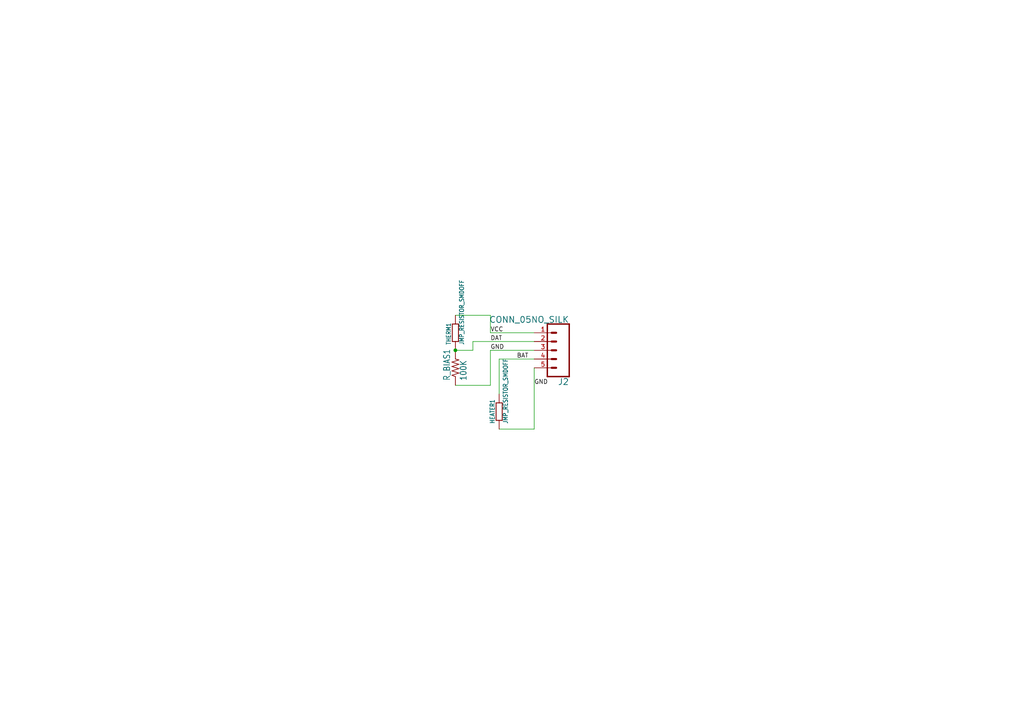
<source format=kicad_sch>
(kicad_sch (version 20220622) (generator eeschema)
  (paper "A4")
  (lib_symbols
    (symbol "probe_v2-eagle-import:CONN_05NO_SILK"
      (property "Reference" "J" (at -2.54 8.128 0))
      (property "Value" "CONN_05NO_SILK" (at -2.54 -9.906 0))
      (symbol "CONN_05NO_SILK_1_0"
        (polyline (pts (xy -2.54 7.62) (xy -2.54 -7.62)) (stroke (width 0.4064)))
        (polyline (pts (xy -2.54 7.62) (xy 3.81 7.62)) (stroke (width 0.4064)))
        (polyline (pts (xy 1.27 -5.08) (xy 2.54 -5.08)) (stroke (width 0.6096)))
        (polyline (pts (xy 1.27 -2.54) (xy 2.54 -2.54)) (stroke (width 0.6096)))
        (polyline (pts (xy 1.27 0) (xy 2.54 0)) (stroke (width 0.6096)))
        (polyline (pts (xy 1.27 2.54) (xy 2.54 2.54)) (stroke (width 0.6096)))
        (polyline (pts (xy 1.27 5.08) (xy 2.54 5.08)) (stroke (width 0.6096)))
        (polyline (pts (xy 3.81 -7.62) (xy -2.54 -7.62)) (stroke (width 0.4064)))
        (polyline (pts (xy 3.81 -7.62) (xy 3.81 7.62)) (stroke (width 0.4064)))
        (pin passive line (at 7.62 -5.08 180) (length 5.08) (name "1") (number "1"))
        (pin passive line (at 7.62 -2.54 180) (length 5.08) (name "2") (number "2"))
        (pin passive line (at 7.62 0 180) (length 5.08) (name "3") (number "3"))
        (pin passive line (at 7.62 2.54 180) (length 5.08) (name "4") (number "4"))
        (pin passive line (at 7.62 5.08 180) (length 5.08) (name "5") (number "5"))
      )
    )
    (symbol "probe_v2-eagle-import:FLIPFLOP-RES"
      (property "Reference" "R" (at -3.81 1.4986 0))
      (property "Value" "FLIPFLOP-RES" (at -3.81 -3.302 0))
      (symbol "FLIPFLOP-RES_1_0"
        (polyline (pts (xy -2.54 0) (xy -2.159 1.016)) (stroke (width 0.2032)))
        (polyline (pts (xy -2.159 1.016) (xy -1.524 -1.016)) (stroke (width 0.2032)))
        (polyline (pts (xy -1.524 -1.016) (xy -0.889 1.016)) (stroke (width 0.2032)))
        (polyline (pts (xy -0.889 1.016) (xy -0.254 -1.016)) (stroke (width 0.2032)))
        (polyline (pts (xy -0.254 -1.016) (xy 0.381 1.016)) (stroke (width 0.2032)))
        (polyline (pts (xy 0.381 1.016) (xy 1.016 -1.016)) (stroke (width 0.2032)))
        (polyline (pts (xy 1.016 -1.016) (xy 1.651 1.016)) (stroke (width 0.2032)))
        (polyline (pts (xy 1.651 1.016) (xy 2.286 -1.016)) (stroke (width 0.2032)))
        (polyline (pts (xy 2.286 -1.016) (xy 2.54 0)) (stroke (width 0.2032)))
        (pin passive line (at -5.08 0 0) (length 2.54) (name "1") (number "1"))
        (pin passive line (at 5.08 0 180) (length 2.54) (name "2") (number "2"))
      )
    )
    (symbol "probe_v2-eagle-import:JMP_RESISTOR_SMDOFF"
      (property "Value" "JMP_RESISTOR_SMDOFF" (at -3.556 -2.54 0))
      (symbol "JMP_RESISTOR_SMDOFF_1_0"
        (polyline (pts (xy -2.54 -0.889) (xy -2.54 0)) (stroke (width 0.254)))
        (polyline (pts (xy -2.54 -0.889) (xy 2.54 -0.889)) (stroke (width 0.254)))
        (polyline (pts (xy -2.54 0) (xy -2.54 0.889)) (stroke (width 0.254)))
        (polyline (pts (xy 2.54 -0.889) (xy 2.54 0)) (stroke (width 0.254)))
        (polyline (pts (xy 2.54 0) (xy 2.54 0.889)) (stroke (width 0.254)))
        (polyline (pts (xy 2.54 0.889) (xy -2.54 0.889)) (stroke (width 0.254)))
        (pin bidirectional line (at -5.08 0 0) (length 2.54) (name "P$1") (number "1"))
        (pin bidirectional line (at 5.08 0 180) (length 2.54) (name "P$2") (number "2"))
      )
    )
  )
  (junction (at 132.08 101.6))
  (wire (pts (xy 142.24 111.76) (xy 142.24 101.6)))
  (wire (pts (xy 154.94 104.14) (xy 144.78 104.14)))
  (wire (pts (xy 142.24 91.44) (xy 142.24 96.52)))
  (wire (pts (xy 144.78 124.46) (xy 154.94 124.46)))
  (wire (pts (xy 154.94 106.68) (xy 154.94 124.46)))
  (wire (pts (xy 132.08 111.76) (xy 142.24 111.76)))
  (wire (pts (xy 137.16 99.06) (xy 137.16 101.6)))
  (wire (pts (xy 132.08 91.44) (xy 142.24 91.44)))
  (wire (pts (xy 137.16 101.6) (xy 132.08 101.6)))
  (wire (pts (xy 144.78 104.14) (xy 144.78 114.3)))
  (wire (pts (xy 154.94 99.06) (xy 137.16 99.06)))
  (wire (pts (xy 154.94 96.52) (xy 142.24 96.52)))
  (wire (pts (xy 154.94 101.6) (xy 142.24 101.6)))
  (label "BAT" (at 149.86 104.14 0) (effects (font (size 1.2446 1.2446))))
  (label "DAT" (at 142.24 99.06 0) (effects (font (size 1.2446 1.2446))))
  (label "VCC" (at 142.24 96.52 0) (effects (font (size 1.2446 1.2446))))
  (label "GND" (at 142.24 101.6 0) (effects (font (size 1.2446 1.2446))))
  (label "GND" (at 154.94 111.76 0) (effects (font (size 1.2446 1.2446))))
  (symbol (lib_id "probe_v2-eagle-import:CONN_05NO_SILK") (at 162.56 101.6 180) (unit 1)
    (default_instance (reference "U") (unit 1) (value "") (footprint ""))
    (property "Reference" "J2" (at 165.1 109.728 0) (effects (font (size 1.778 1.778)) (justify left bottom)))
    (property "Value" "CONN_05NO_SILK" (at 165.1 91.694 0) (effects (font (size 1.778 1.778)) (justify left bottom)))
    (property "Footprint" "probe_v2:1X05_NO_SILK" (effects hide))
  )
  (symbol (lib_id "probe_v2-eagle-import:JMP_RESISTOR_SMDOFF") (at 132.08 96.52 90) (unit 1)
    (default_instance (reference "U") (unit 1) (value "") (footprint ""))
    (property "Reference" "THERM1" (at 130.81 100.076 0) (effects (font (size 1.27 1.0795)) (justify left bottom)))
    (property "Value" "JMP_RESISTOR_SMDOFF" (at 134.62 100.076 0) (effects (font (size 1.27 1.0795)) (justify left bottom)))
    (property "Footprint" "probe_v2:JMP_OFF_SMD" (effects hide))
  )
  (symbol (lib_id "probe_v2-eagle-import:JMP_RESISTOR_SMDOFF") (at 144.78 119.38 90) (unit 1)
    (default_instance (reference "U") (unit 1) (value "") (footprint ""))
    (property "Reference" "HEATER1" (at 143.51 122.936 0) (effects (font (size 1.27 1.0795)) (justify left bottom)))
    (property "Value" "JMP_RESISTOR_SMDOFF" (at 147.32 122.936 0) (effects (font (size 1.27 1.0795)) (justify left bottom)))
    (property "Footprint" "probe_v2:JMP_OFF_SMD" (effects hide))
  )
  (symbol (lib_id "probe_v2-eagle-import:FLIPFLOP-RES") (at 132.08 106.68 90) (unit 1)
    (default_instance (reference "U") (unit 1) (value "") (footprint ""))
    (property "Reference" "R_BIAS1" (at 130.5814 110.49 0) (effects (font (size 1.778 1.5113)) (justify left bottom)))
    (property "Value" "100K" (at 135.382 110.49 0) (effects (font (size 1.778 1.5113)) (justify left bottom)))
    (property "Footprint" "probe_v2:0805-THM" (effects hide))
  )
)
</source>
